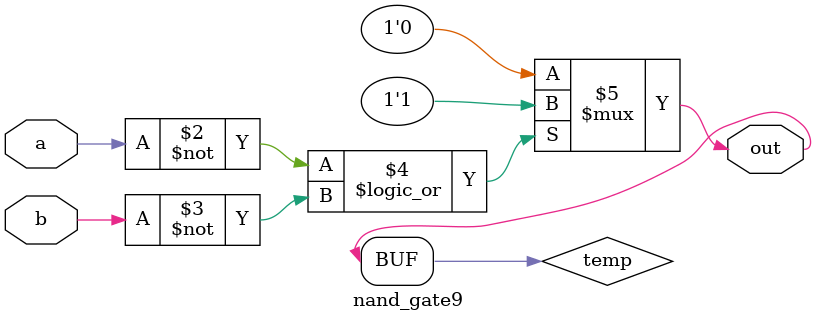
<source format=v>
module nand_gate9 (
  input a,
  input b,
  output out
);

    reg temp;
    always @(*) begin
        temp = (a == 1'b0 || b == 1'b0) ? 1'b1 : 1'b0; // NAND using conditional expression
    end

    assign out = temp;
endmodule
</source>
